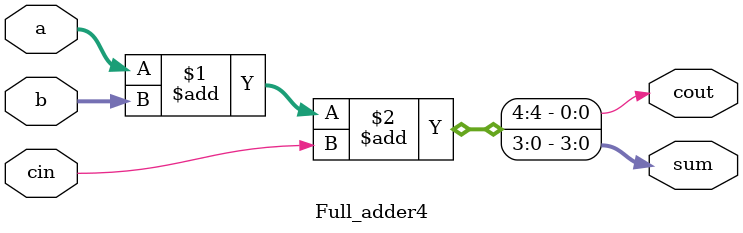
<source format=v>
module Full_adder4
(
	input		[3:0]		a,
	input		[3:0]		b,
	input					cin,
	output	    [3:0]		sum,
	output				    cout
);
assign{cout,sum} = a+b+cin;
endmodule
</source>
